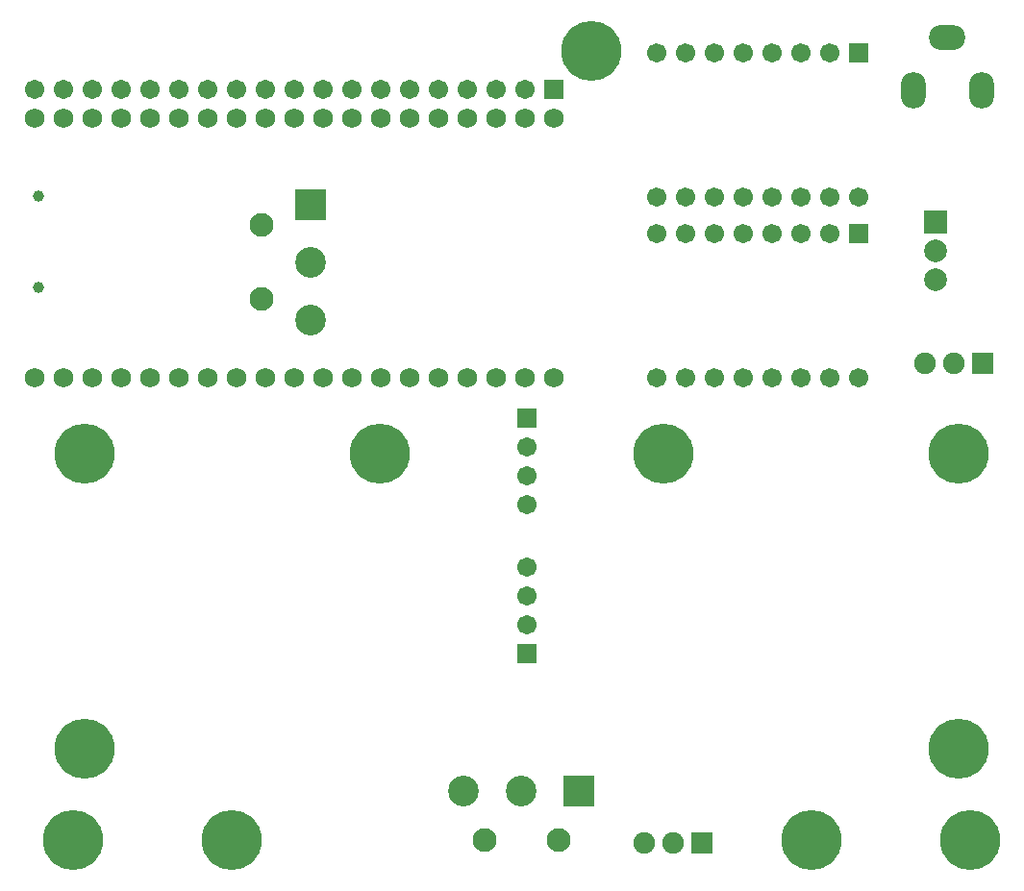
<source format=gbr>
G04 DipTrace 3.3.1.3*
G04 BottomMask.gbr*
%MOIN*%
G04 #@! TF.FileFunction,Soldermask,Bot*
G04 #@! TF.Part,Single*
%ADD46C,0.03937*%
%ADD47C,0.082677*%
%ADD57C,0.068*%
%ADD59C,0.067*%
%ADD61R,0.067X0.067*%
%ADD63C,0.106425*%
%ADD65R,0.106425X0.106425*%
%ADD67C,0.078866*%
%ADD69R,0.078866X0.078866*%
%ADD71C,0.208*%
%ADD73C,0.074929*%
%ADD75R,0.074929X0.074929*%
%ADD85C,0.067055*%
%ADD87R,0.067055X0.067055*%
%ADD89O,0.12611X0.08674*%
%ADD91O,0.08674X0.12611*%
%FSLAX26Y26*%
G04*
G70*
G90*
G75*
G01*
G04 BotMask*
%LPD*%
D91*
X3503936Y3188976D3*
X3740157D3*
D89*
X3622046Y3374015D3*
D87*
X2163070Y2053700D3*
D85*
Y1953700D3*
Y1853700D3*
Y1753700D3*
D46*
X469468Y2822834D3*
Y2507873D3*
D87*
X2165354Y1235432D3*
D85*
Y1335432D3*
Y1435432D3*
Y1535432D3*
D75*
X2770325Y581180D3*
D73*
X2670325D3*
X2570325D3*
D75*
X3743070Y2243700D3*
D73*
X3643070D3*
X3543070D3*
D87*
X2256200Y3193700D3*
D85*
X2156200D3*
X2056200D3*
X1956200D3*
X1856200D3*
X1756200D3*
X1656200D3*
X1556200D3*
X1456200D3*
X1356200D3*
X1256200D3*
X1156200D3*
X1056200D3*
X956200D3*
X856200D3*
X756200D3*
X656200D3*
X556200D3*
X456200D3*
D71*
X629920Y1929133D3*
Y905511D3*
X1653543Y1929133D3*
X1141731Y590550D3*
X3661417Y905511D3*
X2637794Y1929133D3*
X3661417D3*
X3149606Y590550D3*
X590550D3*
X3700787D3*
X2389074Y3326771D3*
D69*
X3580570Y2733700D3*
D67*
Y2633700D3*
Y2533700D3*
D65*
X1413384Y2794487D3*
D63*
Y2594487D3*
Y2394487D3*
D47*
X1244094Y2722440D3*
Y2466535D3*
D65*
X2345669Y759842D3*
D63*
X2145669D3*
X1945669D3*
D47*
X2273621Y590552D3*
X2017716D3*
D61*
X3315570Y3318700D3*
D59*
X3215570D3*
X3115570D3*
X3015570D3*
X2915570D3*
X2815570D3*
X2715570D3*
X2615570D3*
Y2818700D3*
X2715570D3*
X2815570D3*
X2915570D3*
X3015570D3*
X3115570D3*
X3215570D3*
X3315570D3*
D61*
Y2693700D3*
D59*
X3215570D3*
X3115570D3*
X3015570D3*
X2915570D3*
X2815570D3*
X2715570D3*
X2615570D3*
Y2193700D3*
X2715570D3*
X2815570D3*
X2915570D3*
X3015570D3*
X3115570D3*
X3215570D3*
X3315570D3*
D57*
X456200Y3093700D3*
X556200D3*
X656200D3*
X756200D3*
X856200D3*
X956200D3*
X1056200D3*
X1156200D3*
X1256200D3*
X1356200D3*
X1456200D3*
X1556200D3*
X1656200D3*
X1756200D3*
X1856200D3*
X1956200D3*
X2056200D3*
X2156200D3*
X2256200D3*
X456200Y2193700D3*
X556200D3*
X656200D3*
X756200D3*
X856200D3*
X956200D3*
X1056200D3*
X1156200D3*
X1256200D3*
X1356200D3*
X1456200D3*
X1556200D3*
X1656200D3*
X1756200D3*
X1856200D3*
X1956200D3*
X2056200D3*
X2156200D3*
X2256200D3*
M02*

</source>
